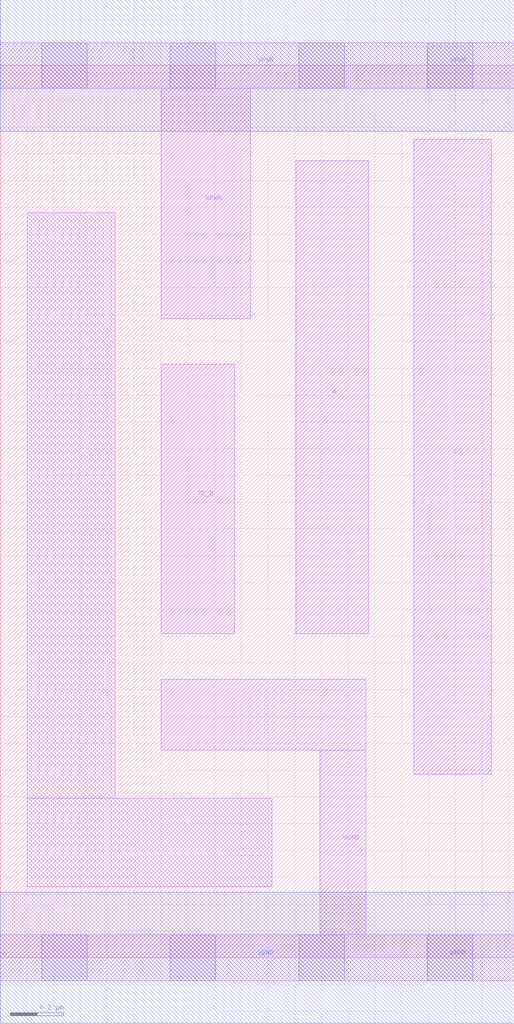
<source format=lef>
# Copyright 2020 The SkyWater PDK Authors
#
# Licensed under the Apache License, Version 2.0 (the "License");
# you may not use this file except in compliance with the License.
# You may obtain a copy of the License at
#
#     https://www.apache.org/licenses/LICENSE-2.0
#
# Unless required by applicable law or agreed to in writing, software
# distributed under the License is distributed on an "AS IS" BASIS,
# WITHOUT WARRANTIES OR CONDITIONS OF ANY KIND, either express or implied.
# See the License for the specific language governing permissions and
# limitations under the License.
#
# SPDX-License-Identifier: Apache-2.0

VERSION 5.7 ;
  NAMESCASESENSITIVE ON ;
  NOWIREEXTENSIONATPIN ON ;
  DIVIDERCHAR "/" ;
  BUSBITCHARS "[]" ;
UNITS
  DATABASE MICRONS 200 ;
END UNITS
MACRO sky130_fd_sc_lp__einvn_0
  CLASS CORE ;
  SOURCE USER ;
  FOREIGN sky130_fd_sc_lp__einvn_0 ;
  ORIGIN  0.000000  0.000000 ;
  SIZE  1.920000 BY  3.330000 ;
  SYMMETRY X Y R90 ;
  SITE unit ;
  PIN A
    ANTENNAGATEAREA  0.159000 ;
    DIRECTION INPUT ;
    USE SIGNAL ;
    PORT
      LAYER li1 ;
        RECT 1.105000 1.210000 1.375000 2.975000 ;
    END
  END A
  PIN TE_B
    ANTENNAGATEAREA  0.222000 ;
    DIRECTION INPUT ;
    USE SIGNAL ;
    PORT
      LAYER li1 ;
        RECT 0.600000 1.210000 0.875000 2.215000 ;
    END
  END TE_B
  PIN Z
    ANTENNADIFFAREA  0.280900 ;
    DIRECTION OUTPUT ;
    USE SIGNAL ;
    PORT
      LAYER li1 ;
        RECT 1.545000 0.685000 1.835000 3.055000 ;
    END
  END Z
  PIN VGND
    DIRECTION INOUT ;
    USE GROUND ;
    PORT
      LAYER li1 ;
        RECT 0.000000 -0.085000 1.920000 0.085000 ;
        RECT 0.600000  0.775000 1.365000 1.040000 ;
        RECT 1.195000  0.085000 1.365000 0.775000 ;
      LAYER mcon ;
        RECT 0.155000 -0.085000 0.325000 0.085000 ;
        RECT 0.635000 -0.085000 0.805000 0.085000 ;
        RECT 1.115000 -0.085000 1.285000 0.085000 ;
        RECT 1.595000 -0.085000 1.765000 0.085000 ;
      LAYER met1 ;
        RECT 0.000000 -0.245000 1.920000 0.245000 ;
    END
  END VGND
  PIN VPWR
    DIRECTION INOUT ;
    USE POWER ;
    PORT
      LAYER li1 ;
        RECT 0.000000 3.245000 1.920000 3.415000 ;
        RECT 0.600000 2.385000 0.935000 3.245000 ;
      LAYER mcon ;
        RECT 0.155000 3.245000 0.325000 3.415000 ;
        RECT 0.635000 3.245000 0.805000 3.415000 ;
        RECT 1.115000 3.245000 1.285000 3.415000 ;
        RECT 1.595000 3.245000 1.765000 3.415000 ;
      LAYER met1 ;
        RECT 0.000000 3.085000 1.920000 3.575000 ;
    END
  END VPWR
  OBS
    LAYER li1 ;
      RECT 0.100000 0.265000 1.015000 0.595000 ;
      RECT 0.100000 0.595000 0.430000 2.780000 ;
  END
END sky130_fd_sc_lp__einvn_0

</source>
